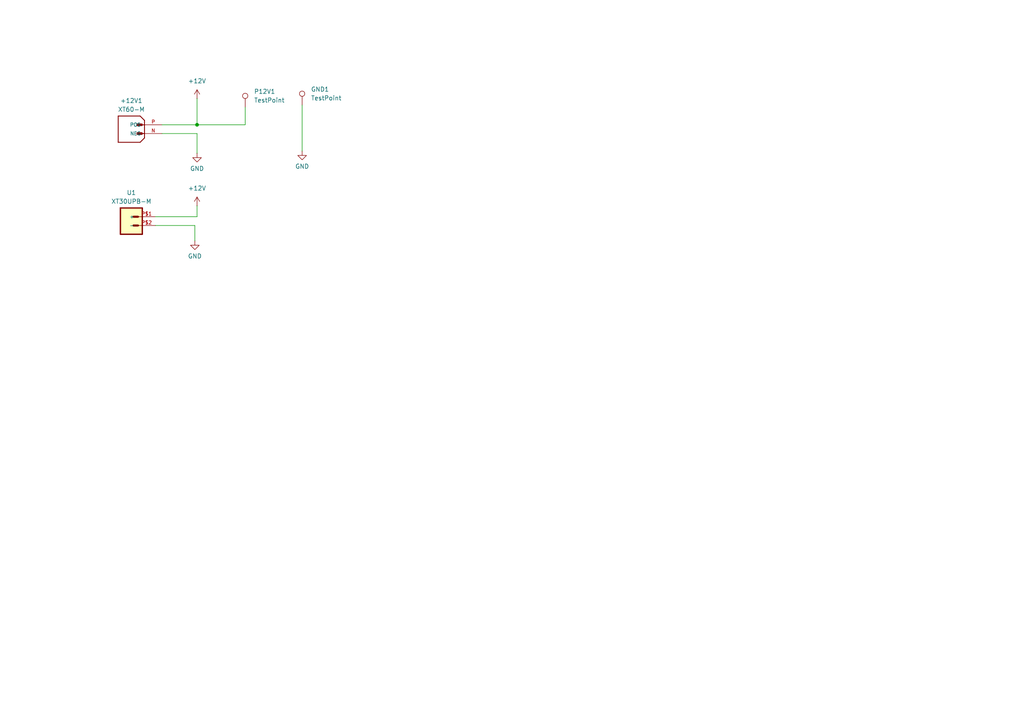
<source format=kicad_sch>
(kicad_sch (version 20231120) (generator "eeschema") (generator_version "8.0")
  (paper "A4")
  (lib_symbols
    (symbol "Connector:TestPoint" (pin_numbers hide) (pin_names (offset 0.762) hide)
      (property "Reference" "TP" (at 0 6.858 0))
      (property "Value" "TestPoint" (at 0 5.08 0))
      (symbol "TestPoint_0_1"
        (circle (center 0 3.302) (radius 0.762))
      )
      (symbol "TestPoint_1_1"
        (pin passive line (at 0 0 90) (length 2.54) (name "1") (number "1"))
      )
    )
    (symbol "XT30UPB-M:XT30UPB-M" (pin_names (offset 1.016))
      (property "Reference" "U" (at -2.54 5.588 0))
      (property "Value" "XT30UPB-M" (at -2.54 -4.826 0))
      (symbol "XT30UPB-M_0_0"
        (rectangle (start -2.54 -2.54) (end 3.81 5.08) (stroke (width 0.4064)) (fill (type background)))
        (polyline (pts (xy 1.27 0) (xy 2.54 0)) (stroke (width 0.6096)))
        (polyline (pts (xy 1.27 2.54) (xy 2.54 2.54)) (stroke (width 0.6096)))
        (pin passive line (at 7.62 2.54 180) (length 5.08) (name "+") (number "P$1"))
        (pin passive line (at 7.62 0 180) (length 5.08) (name "-") (number "P$2"))
      )
    )
    (symbol "XT60-M:XT60-M" (pin_names (offset 1.016))
      (property "Reference" "J" (at 0 6.35 0))
      (property "Value" "XT60-M" (at 0 -5.08 0))
      (symbol "XT60-M_0_0"
        (polyline (pts (xy 0 -1.27) (xy 1.27 -2.54)) (stroke (width 0.254)))
        (polyline (pts (xy 0 0) (xy 1.905 0)) (stroke (width 0.254)))
        (polyline (pts (xy 0 2.54) (xy 0 -1.27)) (stroke (width 0.254)))
        (polyline (pts (xy 0 2.54) (xy 1.905 2.54)) (stroke (width 0.254)))
        (polyline (pts (xy 0 3.81) (xy 0 2.54)) (stroke (width 0.254)))
        (polyline (pts (xy 0 3.81) (xy 1.27 5.08)) (stroke (width 0.254)))
        (polyline (pts (xy 1.27 -2.54) (xy 7.62 -2.54)) (stroke (width 0.254)))
        (polyline (pts (xy 7.62 -2.54) (xy 7.62 5.08)) (stroke (width 0.254)))
        (polyline (pts (xy 7.62 5.08) (xy 1.27 5.08)) (stroke (width 0.254)))
        (rectangle (start 0.635 -0.3175) (end 2.2225 0.3175) (stroke (width 0.1)) (fill (type outline)))
        (rectangle (start 0.635 2.2225) (end 2.2225 2.8575) (stroke (width 0.1)) (fill (type outline)))
        (pin passive line (at -5.08 0 0) (length 5.08) (name "NEG") (number "N"))
        (pin passive line (at -5.08 2.54 0) (length 5.08) (name "POS") (number "P"))
      )
    )
    (symbol "power:+12V" (power) (pin_numbers hide) (pin_names (offset 0) hide)
      (property "Value" "+12V" (at 0 3.556 0))
      (symbol "+12V_0_1"
        (polyline (pts (xy -0.762 1.27) (xy 0 2.54)))
        (polyline (pts (xy 0 0) (xy 0 2.54)))
        (polyline (pts (xy 0 2.54) (xy 0.762 1.27)))
      )
      (symbol "+12V_1_1"
        (pin power_in line (at 0 0 90) (length 0) (name "~") (number "1"))
      )
    )
    (symbol "power:GND" (power) (pin_numbers hide) (pin_names (offset 0) hide)
      (property "Value" "GND" (at 0 -3.81 0))
      (symbol "GND_0_1"
        (polyline (pts (xy 0 0) (xy 0 -1.27) (xy 1.27 -1.27) (xy 0 -2.54) (xy -1.27 -1.27) (xy 0 -1.27)))
      )
      (symbol "GND_1_1"
        (pin power_in line (at 0 0 270) (length 0) (name "~") (number "1"))
      )
    )
  )
  (junction (at 57.15 36.195))
  (wire (pts (xy 46.99 38.735) (xy 57.15 38.735)))
  (wire (pts (xy 46.99 36.195) (xy 57.15 36.195)))
  (wire (pts (xy 71.12 31.115) (xy 71.12 36.195)))
  (wire (pts (xy 45.085 65.405) (xy 56.515 65.405)))
  (wire (pts (xy 56.515 65.405) (xy 56.515 69.85)))
  (wire (pts (xy 87.63 30.48) (xy 87.63 43.815)))
  (wire (pts (xy 45.085 62.865) (xy 57.15 62.865)))
  (wire (pts (xy 57.15 38.735) (xy 57.15 44.45)))
  (wire (pts (xy 57.15 36.195) (xy 57.15 28.575)))
  (wire (pts (xy 57.15 62.865) (xy 57.15 59.69)))
  (wire (pts (xy 71.12 36.195) (xy 57.15 36.195)))
  (symbol (lib_id "Connector:TestPoint") (at 71.12 31.115 0) (unit 1)
    (property "Reference" "P12V1" (at 73.66 26.5429 0) (effects (justify left)))
    (property "Value" "TestPoint" (at 73.66 29.0829 0) (effects (justify left)))
    (property "Footprint" "TestPoint:TestPoint_Pad_3.0x3.0mm" (effects (hide yes)))
    (property "Description" "test point" (effects (hide yes)))
  )
  (symbol (lib_id "power:GND") (at 56.515 69.85 0) (unit 1)
    (property "Reference" "#PWR020" (effects (hide yes)))
    (property "Value" "GND" (at 56.515 74.295 0))
    (property "Description" "Power symbol creates a global label with name \"GND\" , ground" (effects (hide yes)))
  )
  (symbol (lib_id "XT60-M:XT60-M") (at 41.91 38.735 0) (mirror y) (unit 1)
    (property "Reference" "+12V1" (at 38.1 29.21 0))
    (property "Value" "XT60-M" (at 38.1 31.75 0))
    (property "Footprint" "XT60-M:AMASS_XT60-M" (effects (hide yes)))
    (property "MF" "AMASS" (effects (hide yes)))
    (property "MAXIMUM_PACKAGE_HEIGHT" "16.00 mm" (effects (hide yes)))
    (property "Package" "Package" (effects (hide yes)))
    (property "Price" "None" (effects (hide yes)))
    (property "Check_prices" "https://www.snapeda.com/parts/XT60-M/AMASS/view-part/?ref=eda" (effects (hide yes)))
    (property "STANDARD" "IPC 7351B" (effects (hide yes)))
    (property "PARTREV" "V1.2" (effects (hide yes)))
    (property "SnapEDA_Link" "https://www.snapeda.com/parts/XT60-M/AMASS/view-part/?ref=snap" (effects (hide yes)))
    (property "MP" "XT60-M" (effects (hide yes)))
    (property "Description_1" "\nPlug; DC supply; XT60; male; PIN: 2; for cable; soldered; 30A; 500V\n" (effects (hide yes)))
    (property "Availability" "Not in stock" (effects (hide yes)))
    (property "MANUFACTURER" "AMASS" (effects (hide yes)))
  )
  (symbol (lib_id "power:GND") (at 57.15 44.45 0) (unit 1)
    (property "Reference" "#PWR02" (effects (hide yes)))
    (property "Value" "GND" (at 57.15 48.895 0))
    (property "Description" "Power symbol creates a global label with name \"GND\" , ground" (effects (hide yes)))
  )
  (symbol (lib_id "power:+12V") (at 57.15 28.575 0) (unit 1)
    (property "Reference" "#PWR03" (effects (hide yes)))
    (property "Value" "+12V" (at 57.15 23.495 0))
    (property "Description" "Power symbol creates a global label with name \"+12V\"" (effects (hide yes)))
  )
  (symbol (lib_id "power:GND") (at 87.63 43.815 0) (unit 1)
    (property "Reference" "#PWR01" (effects (hide yes)))
    (property "Value" "GND" (at 87.63 48.26 0))
    (property "Description" "Power symbol creates a global label with name \"GND\" , ground" (effects (hide yes)))
  )
  (symbol (lib_id "power:+12V") (at 57.15 59.69 0) (unit 1)
    (property "Reference" "#PWR05" (effects (hide yes)))
    (property "Value" "+12V" (at 57.15 54.61 0))
    (property "Description" "Power symbol creates a global label with name \"+12V\"" (effects (hide yes)))
  )
  (symbol (lib_id "XT30UPB-M:XT30UPB-M") (at 37.465 65.405 0) (unit 1)
    (property "Reference" "U1" (at 38.1 55.88 0))
    (property "Value" "XT30UPB-M" (at 38.1 58.42 0))
    (property "Footprint" "XT30UPB-M:XT30UPB-M" (effects (hide yes)))
    (property "MF" "amass" (effects (hide yes)))
    (property "Description_1" "\nSocket; DC supply; XT30; male; PIN: 2; on PCBs; THT; yellow; 15A; 500V\n" (effects (hide yes)))
    (property "Package" "None" (effects (hide yes)))
    (property "Price" "None" (effects (hide yes)))
    (property "SnapEDA_Link" "https://www.snapeda.com/parts/XT30UPB-M/AMASS/view-part/?ref=snap" (effects (hide yes)))
    (property "MP" "XT30UPB-M" (effects (hide yes)))
    (property "Availability" "Not in stock" (effects (hide yes)))
    (property "Check_prices" "https://www.snapeda.com/parts/XT30UPB-M/AMASS/view-part/?ref=eda" (effects (hide yes)))
  )
  (symbol (lib_id "Connector:TestPoint") (at 87.63 30.48 0) (unit 1)
    (property "Reference" "GND1" (at 90.17 25.9079 0) (effects (justify left)))
    (property "Value" "TestPoint" (at 90.17 28.4479 0) (effects (justify left)))
    (property "Footprint" "TestPoint:TestPoint_Pad_3.0x3.0mm" (effects (hide yes)))
    (property "Description" "test point" (effects (hide yes)))
  )
)
</source>
